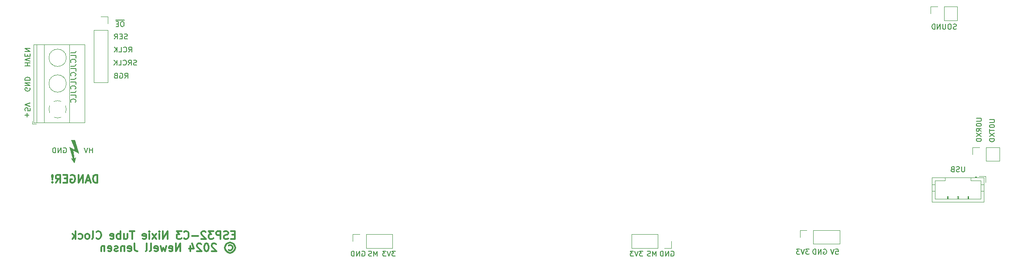
<source format=gbr>
%TF.GenerationSoftware,KiCad,Pcbnew,8.0.4-8.0.4-0~ubuntu22.04.1*%
%TF.CreationDate,2024-08-07T15:41:08-07:00*%
%TF.ProjectId,clock,636c6f63-6b2e-46b6-9963-61645f706362,rev?*%
%TF.SameCoordinates,Original*%
%TF.FileFunction,Legend,Bot*%
%TF.FilePolarity,Positive*%
%FSLAX46Y46*%
G04 Gerber Fmt 4.6, Leading zero omitted, Abs format (unit mm)*
G04 Created by KiCad (PCBNEW 8.0.4-8.0.4-0~ubuntu22.04.1) date 2024-08-07 15:41:08*
%MOMM*%
%LPD*%
G01*
G04 APERTURE LIST*
%ADD10C,0.200000*%
%ADD11C,0.300000*%
%ADD12C,0.120000*%
%ADD13C,0.100000*%
G04 APERTURE END LIST*
D10*
X221483517Y-124136838D02*
X221578755Y-124089219D01*
X221578755Y-124089219D02*
X221721612Y-124089219D01*
X221721612Y-124089219D02*
X221864469Y-124136838D01*
X221864469Y-124136838D02*
X221959707Y-124232076D01*
X221959707Y-124232076D02*
X222007326Y-124327314D01*
X222007326Y-124327314D02*
X222054945Y-124517790D01*
X222054945Y-124517790D02*
X222054945Y-124660647D01*
X222054945Y-124660647D02*
X222007326Y-124851123D01*
X222007326Y-124851123D02*
X221959707Y-124946361D01*
X221959707Y-124946361D02*
X221864469Y-125041600D01*
X221864469Y-125041600D02*
X221721612Y-125089219D01*
X221721612Y-125089219D02*
X221626374Y-125089219D01*
X221626374Y-125089219D02*
X221483517Y-125041600D01*
X221483517Y-125041600D02*
X221435898Y-124993980D01*
X221435898Y-124993980D02*
X221435898Y-124660647D01*
X221435898Y-124660647D02*
X221626374Y-124660647D01*
X221007326Y-125089219D02*
X221007326Y-124089219D01*
X221007326Y-124089219D02*
X220435898Y-125089219D01*
X220435898Y-125089219D02*
X220435898Y-124089219D01*
X219959707Y-125089219D02*
X219959707Y-124089219D01*
X219959707Y-124089219D02*
X219721612Y-124089219D01*
X219721612Y-124089219D02*
X219578755Y-124136838D01*
X219578755Y-124136838D02*
X219483517Y-124232076D01*
X219483517Y-124232076D02*
X219435898Y-124327314D01*
X219435898Y-124327314D02*
X219388279Y-124517790D01*
X219388279Y-124517790D02*
X219388279Y-124660647D01*
X219388279Y-124660647D02*
X219435898Y-124851123D01*
X219435898Y-124851123D02*
X219483517Y-124946361D01*
X219483517Y-124946361D02*
X219578755Y-125041600D01*
X219578755Y-125041600D02*
X219721612Y-125089219D01*
X219721612Y-125089219D02*
X219959707Y-125089219D01*
X66553780Y-88530326D02*
X67553780Y-88530326D01*
X67077590Y-88530326D02*
X67077590Y-87958898D01*
X66553780Y-87958898D02*
X67553780Y-87958898D01*
X67553780Y-87625564D02*
X66553780Y-87292231D01*
X66553780Y-87292231D02*
X67553780Y-86958898D01*
X67077590Y-86625564D02*
X67077590Y-86292231D01*
X66553780Y-86149374D02*
X66553780Y-86625564D01*
X66553780Y-86625564D02*
X67553780Y-86625564D01*
X67553780Y-86625564D02*
X67553780Y-86149374D01*
X66553780Y-85720802D02*
X67553780Y-85720802D01*
X67553780Y-85720802D02*
X66553780Y-85149374D01*
X66553780Y-85149374D02*
X67553780Y-85149374D01*
X86688898Y-85846219D02*
X87022231Y-85370028D01*
X87260326Y-85846219D02*
X87260326Y-84846219D01*
X87260326Y-84846219D02*
X86879374Y-84846219D01*
X86879374Y-84846219D02*
X86784136Y-84893838D01*
X86784136Y-84893838D02*
X86736517Y-84941457D01*
X86736517Y-84941457D02*
X86688898Y-85036695D01*
X86688898Y-85036695D02*
X86688898Y-85179552D01*
X86688898Y-85179552D02*
X86736517Y-85274790D01*
X86736517Y-85274790D02*
X86784136Y-85322409D01*
X86784136Y-85322409D02*
X86879374Y-85370028D01*
X86879374Y-85370028D02*
X87260326Y-85370028D01*
X85688898Y-85750980D02*
X85736517Y-85798600D01*
X85736517Y-85798600D02*
X85879374Y-85846219D01*
X85879374Y-85846219D02*
X85974612Y-85846219D01*
X85974612Y-85846219D02*
X86117469Y-85798600D01*
X86117469Y-85798600D02*
X86212707Y-85703361D01*
X86212707Y-85703361D02*
X86260326Y-85608123D01*
X86260326Y-85608123D02*
X86307945Y-85417647D01*
X86307945Y-85417647D02*
X86307945Y-85274790D01*
X86307945Y-85274790D02*
X86260326Y-85084314D01*
X86260326Y-85084314D02*
X86212707Y-84989076D01*
X86212707Y-84989076D02*
X86117469Y-84893838D01*
X86117469Y-84893838D02*
X85974612Y-84846219D01*
X85974612Y-84846219D02*
X85879374Y-84846219D01*
X85879374Y-84846219D02*
X85736517Y-84893838D01*
X85736517Y-84893838D02*
X85688898Y-84941457D01*
X84784136Y-85846219D02*
X85260326Y-85846219D01*
X85260326Y-85846219D02*
X85260326Y-84846219D01*
X84450802Y-85846219D02*
X84450802Y-84846219D01*
X83879374Y-85846219D02*
X84307945Y-85274790D01*
X83879374Y-84846219D02*
X84450802Y-85417647D01*
X247200945Y-81353600D02*
X247058088Y-81401219D01*
X247058088Y-81401219D02*
X246819993Y-81401219D01*
X246819993Y-81401219D02*
X246724755Y-81353600D01*
X246724755Y-81353600D02*
X246677136Y-81305980D01*
X246677136Y-81305980D02*
X246629517Y-81210742D01*
X246629517Y-81210742D02*
X246629517Y-81115504D01*
X246629517Y-81115504D02*
X246677136Y-81020266D01*
X246677136Y-81020266D02*
X246724755Y-80972647D01*
X246724755Y-80972647D02*
X246819993Y-80925028D01*
X246819993Y-80925028D02*
X247010469Y-80877409D01*
X247010469Y-80877409D02*
X247105707Y-80829790D01*
X247105707Y-80829790D02*
X247153326Y-80782171D01*
X247153326Y-80782171D02*
X247200945Y-80686933D01*
X247200945Y-80686933D02*
X247200945Y-80591695D01*
X247200945Y-80591695D02*
X247153326Y-80496457D01*
X247153326Y-80496457D02*
X247105707Y-80448838D01*
X247105707Y-80448838D02*
X247010469Y-80401219D01*
X247010469Y-80401219D02*
X246772374Y-80401219D01*
X246772374Y-80401219D02*
X246629517Y-80448838D01*
X246010469Y-80401219D02*
X245819993Y-80401219D01*
X245819993Y-80401219D02*
X245724755Y-80448838D01*
X245724755Y-80448838D02*
X245629517Y-80544076D01*
X245629517Y-80544076D02*
X245581898Y-80734552D01*
X245581898Y-80734552D02*
X245581898Y-81067885D01*
X245581898Y-81067885D02*
X245629517Y-81258361D01*
X245629517Y-81258361D02*
X245724755Y-81353600D01*
X245724755Y-81353600D02*
X245819993Y-81401219D01*
X245819993Y-81401219D02*
X246010469Y-81401219D01*
X246010469Y-81401219D02*
X246105707Y-81353600D01*
X246105707Y-81353600D02*
X246200945Y-81258361D01*
X246200945Y-81258361D02*
X246248564Y-81067885D01*
X246248564Y-81067885D02*
X246248564Y-80734552D01*
X246248564Y-80734552D02*
X246200945Y-80544076D01*
X246200945Y-80544076D02*
X246105707Y-80448838D01*
X246105707Y-80448838D02*
X246010469Y-80401219D01*
X245153326Y-80401219D02*
X245153326Y-81210742D01*
X245153326Y-81210742D02*
X245105707Y-81305980D01*
X245105707Y-81305980D02*
X245058088Y-81353600D01*
X245058088Y-81353600D02*
X244962850Y-81401219D01*
X244962850Y-81401219D02*
X244772374Y-81401219D01*
X244772374Y-81401219D02*
X244677136Y-81353600D01*
X244677136Y-81353600D02*
X244629517Y-81305980D01*
X244629517Y-81305980D02*
X244581898Y-81210742D01*
X244581898Y-81210742D02*
X244581898Y-80401219D01*
X244105707Y-81401219D02*
X244105707Y-80401219D01*
X244105707Y-80401219D02*
X243534279Y-81401219D01*
X243534279Y-81401219D02*
X243534279Y-80401219D01*
X243058088Y-81401219D02*
X243058088Y-80401219D01*
X243058088Y-80401219D02*
X242819993Y-80401219D01*
X242819993Y-80401219D02*
X242677136Y-80448838D01*
X242677136Y-80448838D02*
X242581898Y-80544076D01*
X242581898Y-80544076D02*
X242534279Y-80639314D01*
X242534279Y-80639314D02*
X242486660Y-80829790D01*
X242486660Y-80829790D02*
X242486660Y-80972647D01*
X242486660Y-80972647D02*
X242534279Y-81163123D01*
X242534279Y-81163123D02*
X242581898Y-81258361D01*
X242581898Y-81258361D02*
X242677136Y-81353600D01*
X242677136Y-81353600D02*
X242819993Y-81401219D01*
X242819993Y-81401219D02*
X243058088Y-81401219D01*
X131948517Y-124517838D02*
X132043755Y-124470219D01*
X132043755Y-124470219D02*
X132186612Y-124470219D01*
X132186612Y-124470219D02*
X132329469Y-124517838D01*
X132329469Y-124517838D02*
X132424707Y-124613076D01*
X132424707Y-124613076D02*
X132472326Y-124708314D01*
X132472326Y-124708314D02*
X132519945Y-124898790D01*
X132519945Y-124898790D02*
X132519945Y-125041647D01*
X132519945Y-125041647D02*
X132472326Y-125232123D01*
X132472326Y-125232123D02*
X132424707Y-125327361D01*
X132424707Y-125327361D02*
X132329469Y-125422600D01*
X132329469Y-125422600D02*
X132186612Y-125470219D01*
X132186612Y-125470219D02*
X132091374Y-125470219D01*
X132091374Y-125470219D02*
X131948517Y-125422600D01*
X131948517Y-125422600D02*
X131900898Y-125374980D01*
X131900898Y-125374980D02*
X131900898Y-125041647D01*
X131900898Y-125041647D02*
X132091374Y-125041647D01*
X131472326Y-125470219D02*
X131472326Y-124470219D01*
X131472326Y-124470219D02*
X130900898Y-125470219D01*
X130900898Y-125470219D02*
X130900898Y-124470219D01*
X130424707Y-125470219D02*
X130424707Y-124470219D01*
X130424707Y-124470219D02*
X130186612Y-124470219D01*
X130186612Y-124470219D02*
X130043755Y-124517838D01*
X130043755Y-124517838D02*
X129948517Y-124613076D01*
X129948517Y-124613076D02*
X129900898Y-124708314D01*
X129900898Y-124708314D02*
X129853279Y-124898790D01*
X129853279Y-124898790D02*
X129853279Y-125041647D01*
X129853279Y-125041647D02*
X129900898Y-125232123D01*
X129900898Y-125232123D02*
X129948517Y-125327361D01*
X129948517Y-125327361D02*
X130043755Y-125422600D01*
X130043755Y-125422600D02*
X130186612Y-125470219D01*
X130186612Y-125470219D02*
X130424707Y-125470219D01*
X86418945Y-83258600D02*
X86276088Y-83306219D01*
X86276088Y-83306219D02*
X86037993Y-83306219D01*
X86037993Y-83306219D02*
X85942755Y-83258600D01*
X85942755Y-83258600D02*
X85895136Y-83210980D01*
X85895136Y-83210980D02*
X85847517Y-83115742D01*
X85847517Y-83115742D02*
X85847517Y-83020504D01*
X85847517Y-83020504D02*
X85895136Y-82925266D01*
X85895136Y-82925266D02*
X85942755Y-82877647D01*
X85942755Y-82877647D02*
X86037993Y-82830028D01*
X86037993Y-82830028D02*
X86228469Y-82782409D01*
X86228469Y-82782409D02*
X86323707Y-82734790D01*
X86323707Y-82734790D02*
X86371326Y-82687171D01*
X86371326Y-82687171D02*
X86418945Y-82591933D01*
X86418945Y-82591933D02*
X86418945Y-82496695D01*
X86418945Y-82496695D02*
X86371326Y-82401457D01*
X86371326Y-82401457D02*
X86323707Y-82353838D01*
X86323707Y-82353838D02*
X86228469Y-82306219D01*
X86228469Y-82306219D02*
X85990374Y-82306219D01*
X85990374Y-82306219D02*
X85847517Y-82353838D01*
X85418945Y-82782409D02*
X85085612Y-82782409D01*
X84942755Y-83306219D02*
X85418945Y-83306219D01*
X85418945Y-83306219D02*
X85418945Y-82306219D01*
X85418945Y-82306219D02*
X84942755Y-82306219D01*
X83942755Y-83306219D02*
X84276088Y-82830028D01*
X84514183Y-83306219D02*
X84514183Y-82306219D01*
X84514183Y-82306219D02*
X84133231Y-82306219D01*
X84133231Y-82306219D02*
X84037993Y-82353838D01*
X84037993Y-82353838D02*
X83990374Y-82401457D01*
X83990374Y-82401457D02*
X83942755Y-82496695D01*
X83942755Y-82496695D02*
X83942755Y-82639552D01*
X83942755Y-82639552D02*
X83990374Y-82734790D01*
X83990374Y-82734790D02*
X84037993Y-82782409D01*
X84037993Y-82782409D02*
X84133231Y-82830028D01*
X84133231Y-82830028D02*
X84514183Y-82830028D01*
X134885326Y-125470219D02*
X134885326Y-124470219D01*
X134885326Y-124470219D02*
X134551993Y-125184504D01*
X134551993Y-125184504D02*
X134218660Y-124470219D01*
X134218660Y-124470219D02*
X134218660Y-125470219D01*
X133790088Y-125422600D02*
X133647231Y-125470219D01*
X133647231Y-125470219D02*
X133409136Y-125470219D01*
X133409136Y-125470219D02*
X133313898Y-125422600D01*
X133313898Y-125422600D02*
X133266279Y-125374980D01*
X133266279Y-125374980D02*
X133218660Y-125279742D01*
X133218660Y-125279742D02*
X133218660Y-125184504D01*
X133218660Y-125184504D02*
X133266279Y-125089266D01*
X133266279Y-125089266D02*
X133313898Y-125041647D01*
X133313898Y-125041647D02*
X133409136Y-124994028D01*
X133409136Y-124994028D02*
X133599612Y-124946409D01*
X133599612Y-124946409D02*
X133694850Y-124898790D01*
X133694850Y-124898790D02*
X133742469Y-124851171D01*
X133742469Y-124851171D02*
X133790088Y-124755933D01*
X133790088Y-124755933D02*
X133790088Y-124660695D01*
X133790088Y-124660695D02*
X133742469Y-124565457D01*
X133742469Y-124565457D02*
X133694850Y-124517838D01*
X133694850Y-124517838D02*
X133599612Y-124470219D01*
X133599612Y-124470219D02*
X133361517Y-124470219D01*
X133361517Y-124470219D02*
X133218660Y-124517838D01*
X253629219Y-98921673D02*
X254438742Y-98921673D01*
X254438742Y-98921673D02*
X254533980Y-98969292D01*
X254533980Y-98969292D02*
X254581600Y-99016911D01*
X254581600Y-99016911D02*
X254629219Y-99112149D01*
X254629219Y-99112149D02*
X254629219Y-99302625D01*
X254629219Y-99302625D02*
X254581600Y-99397863D01*
X254581600Y-99397863D02*
X254533980Y-99445482D01*
X254533980Y-99445482D02*
X254438742Y-99493101D01*
X254438742Y-99493101D02*
X253629219Y-99493101D01*
X253629219Y-100159768D02*
X253629219Y-100255006D01*
X253629219Y-100255006D02*
X253676838Y-100350244D01*
X253676838Y-100350244D02*
X253724457Y-100397863D01*
X253724457Y-100397863D02*
X253819695Y-100445482D01*
X253819695Y-100445482D02*
X254010171Y-100493101D01*
X254010171Y-100493101D02*
X254248266Y-100493101D01*
X254248266Y-100493101D02*
X254438742Y-100445482D01*
X254438742Y-100445482D02*
X254533980Y-100397863D01*
X254533980Y-100397863D02*
X254581600Y-100350244D01*
X254581600Y-100350244D02*
X254629219Y-100255006D01*
X254629219Y-100255006D02*
X254629219Y-100159768D01*
X254629219Y-100159768D02*
X254581600Y-100064530D01*
X254581600Y-100064530D02*
X254533980Y-100016911D01*
X254533980Y-100016911D02*
X254438742Y-99969292D01*
X254438742Y-99969292D02*
X254248266Y-99921673D01*
X254248266Y-99921673D02*
X254010171Y-99921673D01*
X254010171Y-99921673D02*
X253819695Y-99969292D01*
X253819695Y-99969292D02*
X253724457Y-100016911D01*
X253724457Y-100016911D02*
X253676838Y-100064530D01*
X253676838Y-100064530D02*
X253629219Y-100159768D01*
X253629219Y-100778816D02*
X253629219Y-101350244D01*
X254629219Y-101064530D02*
X253629219Y-101064530D01*
X253629219Y-101588340D02*
X254629219Y-102255006D01*
X253629219Y-102255006D02*
X254629219Y-101588340D01*
X254629219Y-102635959D02*
X253629219Y-102635959D01*
X253629219Y-102635959D02*
X253629219Y-102874054D01*
X253629219Y-102874054D02*
X253676838Y-103016911D01*
X253676838Y-103016911D02*
X253772076Y-103112149D01*
X253772076Y-103112149D02*
X253867314Y-103159768D01*
X253867314Y-103159768D02*
X254057790Y-103207387D01*
X254057790Y-103207387D02*
X254200647Y-103207387D01*
X254200647Y-103207387D02*
X254391123Y-103159768D01*
X254391123Y-103159768D02*
X254486361Y-103112149D01*
X254486361Y-103112149D02*
X254581600Y-103016911D01*
X254581600Y-103016911D02*
X254629219Y-102874054D01*
X254629219Y-102874054D02*
X254629219Y-102635959D01*
X218673564Y-124089219D02*
X218054517Y-124089219D01*
X218054517Y-124089219D02*
X218387850Y-124470171D01*
X218387850Y-124470171D02*
X218244993Y-124470171D01*
X218244993Y-124470171D02*
X218149755Y-124517790D01*
X218149755Y-124517790D02*
X218102136Y-124565409D01*
X218102136Y-124565409D02*
X218054517Y-124660647D01*
X218054517Y-124660647D02*
X218054517Y-124898742D01*
X218054517Y-124898742D02*
X218102136Y-124993980D01*
X218102136Y-124993980D02*
X218149755Y-125041600D01*
X218149755Y-125041600D02*
X218244993Y-125089219D01*
X218244993Y-125089219D02*
X218530707Y-125089219D01*
X218530707Y-125089219D02*
X218625945Y-125041600D01*
X218625945Y-125041600D02*
X218673564Y-124993980D01*
X217768802Y-124089219D02*
X217435469Y-125089219D01*
X217435469Y-125089219D02*
X217102136Y-124089219D01*
X216864040Y-124089219D02*
X216244993Y-124089219D01*
X216244993Y-124089219D02*
X216578326Y-124470171D01*
X216578326Y-124470171D02*
X216435469Y-124470171D01*
X216435469Y-124470171D02*
X216340231Y-124517790D01*
X216340231Y-124517790D02*
X216292612Y-124565409D01*
X216292612Y-124565409D02*
X216244993Y-124660647D01*
X216244993Y-124660647D02*
X216244993Y-124898742D01*
X216244993Y-124898742D02*
X216292612Y-124993980D01*
X216292612Y-124993980D02*
X216340231Y-125041600D01*
X216340231Y-125041600D02*
X216435469Y-125089219D01*
X216435469Y-125089219D02*
X216721183Y-125089219D01*
X216721183Y-125089219D02*
X216816421Y-125041600D01*
X216816421Y-125041600D02*
X216864040Y-124993980D01*
X75422819Y-85999387D02*
X76137104Y-85999387D01*
X76137104Y-85999387D02*
X76279961Y-85951768D01*
X76279961Y-85951768D02*
X76375200Y-85856530D01*
X76375200Y-85856530D02*
X76422819Y-85713673D01*
X76422819Y-85713673D02*
X76422819Y-85618435D01*
X76422819Y-86951768D02*
X76422819Y-86475578D01*
X76422819Y-86475578D02*
X75422819Y-86475578D01*
X76327580Y-87856530D02*
X76375200Y-87808911D01*
X76375200Y-87808911D02*
X76422819Y-87666054D01*
X76422819Y-87666054D02*
X76422819Y-87570816D01*
X76422819Y-87570816D02*
X76375200Y-87427959D01*
X76375200Y-87427959D02*
X76279961Y-87332721D01*
X76279961Y-87332721D02*
X76184723Y-87285102D01*
X76184723Y-87285102D02*
X75994247Y-87237483D01*
X75994247Y-87237483D02*
X75851390Y-87237483D01*
X75851390Y-87237483D02*
X75660914Y-87285102D01*
X75660914Y-87285102D02*
X75565676Y-87332721D01*
X75565676Y-87332721D02*
X75470438Y-87427959D01*
X75470438Y-87427959D02*
X75422819Y-87570816D01*
X75422819Y-87570816D02*
X75422819Y-87666054D01*
X75422819Y-87666054D02*
X75470438Y-87808911D01*
X75470438Y-87808911D02*
X75518057Y-87856530D01*
X75422819Y-88570816D02*
X76137104Y-88570816D01*
X76137104Y-88570816D02*
X76279961Y-88523197D01*
X76279961Y-88523197D02*
X76375200Y-88427959D01*
X76375200Y-88427959D02*
X76422819Y-88285102D01*
X76422819Y-88285102D02*
X76422819Y-88189864D01*
X76422819Y-89523197D02*
X76422819Y-89047007D01*
X76422819Y-89047007D02*
X75422819Y-89047007D01*
X76327580Y-90427959D02*
X76375200Y-90380340D01*
X76375200Y-90380340D02*
X76422819Y-90237483D01*
X76422819Y-90237483D02*
X76422819Y-90142245D01*
X76422819Y-90142245D02*
X76375200Y-89999388D01*
X76375200Y-89999388D02*
X76279961Y-89904150D01*
X76279961Y-89904150D02*
X76184723Y-89856531D01*
X76184723Y-89856531D02*
X75994247Y-89808912D01*
X75994247Y-89808912D02*
X75851390Y-89808912D01*
X75851390Y-89808912D02*
X75660914Y-89856531D01*
X75660914Y-89856531D02*
X75565676Y-89904150D01*
X75565676Y-89904150D02*
X75470438Y-89999388D01*
X75470438Y-89999388D02*
X75422819Y-90142245D01*
X75422819Y-90142245D02*
X75422819Y-90237483D01*
X75422819Y-90237483D02*
X75470438Y-90380340D01*
X75470438Y-90380340D02*
X75518057Y-90427959D01*
X75422819Y-91142245D02*
X76137104Y-91142245D01*
X76137104Y-91142245D02*
X76279961Y-91094626D01*
X76279961Y-91094626D02*
X76375200Y-90999388D01*
X76375200Y-90999388D02*
X76422819Y-90856531D01*
X76422819Y-90856531D02*
X76422819Y-90761293D01*
X76422819Y-92094626D02*
X76422819Y-91618436D01*
X76422819Y-91618436D02*
X75422819Y-91618436D01*
X76327580Y-92999388D02*
X76375200Y-92951769D01*
X76375200Y-92951769D02*
X76422819Y-92808912D01*
X76422819Y-92808912D02*
X76422819Y-92713674D01*
X76422819Y-92713674D02*
X76375200Y-92570817D01*
X76375200Y-92570817D02*
X76279961Y-92475579D01*
X76279961Y-92475579D02*
X76184723Y-92427960D01*
X76184723Y-92427960D02*
X75994247Y-92380341D01*
X75994247Y-92380341D02*
X75851390Y-92380341D01*
X75851390Y-92380341D02*
X75660914Y-92427960D01*
X75660914Y-92427960D02*
X75565676Y-92475579D01*
X75565676Y-92475579D02*
X75470438Y-92570817D01*
X75470438Y-92570817D02*
X75422819Y-92713674D01*
X75422819Y-92713674D02*
X75422819Y-92808912D01*
X75422819Y-92808912D02*
X75470438Y-92951769D01*
X75470438Y-92951769D02*
X75518057Y-92999388D01*
X75422819Y-93713674D02*
X76137104Y-93713674D01*
X76137104Y-93713674D02*
X76279961Y-93666055D01*
X76279961Y-93666055D02*
X76375200Y-93570817D01*
X76375200Y-93570817D02*
X76422819Y-93427960D01*
X76422819Y-93427960D02*
X76422819Y-93332722D01*
X76422819Y-94666055D02*
X76422819Y-94189865D01*
X76422819Y-94189865D02*
X75422819Y-94189865D01*
X76327580Y-95570817D02*
X76375200Y-95523198D01*
X76375200Y-95523198D02*
X76422819Y-95380341D01*
X76422819Y-95380341D02*
X76422819Y-95285103D01*
X76422819Y-95285103D02*
X76375200Y-95142246D01*
X76375200Y-95142246D02*
X76279961Y-95047008D01*
X76279961Y-95047008D02*
X76184723Y-94999389D01*
X76184723Y-94999389D02*
X75994247Y-94951770D01*
X75994247Y-94951770D02*
X75851390Y-94951770D01*
X75851390Y-94951770D02*
X75660914Y-94999389D01*
X75660914Y-94999389D02*
X75565676Y-95047008D01*
X75565676Y-95047008D02*
X75470438Y-95142246D01*
X75470438Y-95142246D02*
X75422819Y-95285103D01*
X75422819Y-95285103D02*
X75422819Y-95380341D01*
X75422819Y-95380341D02*
X75470438Y-95523198D01*
X75470438Y-95523198D02*
X75518057Y-95570817D01*
X66934733Y-98436326D02*
X66934733Y-97674422D01*
X66553780Y-98055374D02*
X67315685Y-98055374D01*
X67553780Y-96722041D02*
X67553780Y-97198231D01*
X67553780Y-97198231D02*
X67077590Y-97245850D01*
X67077590Y-97245850D02*
X67125209Y-97198231D01*
X67125209Y-97198231D02*
X67172828Y-97102993D01*
X67172828Y-97102993D02*
X67172828Y-96864898D01*
X67172828Y-96864898D02*
X67125209Y-96769660D01*
X67125209Y-96769660D02*
X67077590Y-96722041D01*
X67077590Y-96722041D02*
X66982352Y-96674422D01*
X66982352Y-96674422D02*
X66744257Y-96674422D01*
X66744257Y-96674422D02*
X66649019Y-96722041D01*
X66649019Y-96722041D02*
X66601400Y-96769660D01*
X66601400Y-96769660D02*
X66553780Y-96864898D01*
X66553780Y-96864898D02*
X66553780Y-97102993D01*
X66553780Y-97102993D02*
X66601400Y-97198231D01*
X66601400Y-97198231D02*
X66649019Y-97245850D01*
X67553780Y-96388707D02*
X66553780Y-96055374D01*
X66553780Y-96055374D02*
X67553780Y-95722041D01*
X248818574Y-108087219D02*
X248818574Y-108896742D01*
X248818574Y-108896742D02*
X248770955Y-108991980D01*
X248770955Y-108991980D02*
X248723336Y-109039600D01*
X248723336Y-109039600D02*
X248628098Y-109087219D01*
X248628098Y-109087219D02*
X248437622Y-109087219D01*
X248437622Y-109087219D02*
X248342384Y-109039600D01*
X248342384Y-109039600D02*
X248294765Y-108991980D01*
X248294765Y-108991980D02*
X248247146Y-108896742D01*
X248247146Y-108896742D02*
X248247146Y-108087219D01*
X247818574Y-109039600D02*
X247675717Y-109087219D01*
X247675717Y-109087219D02*
X247437622Y-109087219D01*
X247437622Y-109087219D02*
X247342384Y-109039600D01*
X247342384Y-109039600D02*
X247294765Y-108991980D01*
X247294765Y-108991980D02*
X247247146Y-108896742D01*
X247247146Y-108896742D02*
X247247146Y-108801504D01*
X247247146Y-108801504D02*
X247294765Y-108706266D01*
X247294765Y-108706266D02*
X247342384Y-108658647D01*
X247342384Y-108658647D02*
X247437622Y-108611028D01*
X247437622Y-108611028D02*
X247628098Y-108563409D01*
X247628098Y-108563409D02*
X247723336Y-108515790D01*
X247723336Y-108515790D02*
X247770955Y-108468171D01*
X247770955Y-108468171D02*
X247818574Y-108372933D01*
X247818574Y-108372933D02*
X247818574Y-108277695D01*
X247818574Y-108277695D02*
X247770955Y-108182457D01*
X247770955Y-108182457D02*
X247723336Y-108134838D01*
X247723336Y-108134838D02*
X247628098Y-108087219D01*
X247628098Y-108087219D02*
X247390003Y-108087219D01*
X247390003Y-108087219D02*
X247247146Y-108134838D01*
X246485241Y-108563409D02*
X246342384Y-108611028D01*
X246342384Y-108611028D02*
X246294765Y-108658647D01*
X246294765Y-108658647D02*
X246247146Y-108753885D01*
X246247146Y-108753885D02*
X246247146Y-108896742D01*
X246247146Y-108896742D02*
X246294765Y-108991980D01*
X246294765Y-108991980D02*
X246342384Y-109039600D01*
X246342384Y-109039600D02*
X246437622Y-109087219D01*
X246437622Y-109087219D02*
X246818574Y-109087219D01*
X246818574Y-109087219D02*
X246818574Y-108087219D01*
X246818574Y-108087219D02*
X246485241Y-108087219D01*
X246485241Y-108087219D02*
X246390003Y-108134838D01*
X246390003Y-108134838D02*
X246342384Y-108182457D01*
X246342384Y-108182457D02*
X246294765Y-108277695D01*
X246294765Y-108277695D02*
X246294765Y-108372933D01*
X246294765Y-108372933D02*
X246342384Y-108468171D01*
X246342384Y-108468171D02*
X246390003Y-108515790D01*
X246390003Y-108515790D02*
X246485241Y-108563409D01*
X246485241Y-108563409D02*
X246818574Y-108563409D01*
X88196945Y-88338600D02*
X88054088Y-88386219D01*
X88054088Y-88386219D02*
X87815993Y-88386219D01*
X87815993Y-88386219D02*
X87720755Y-88338600D01*
X87720755Y-88338600D02*
X87673136Y-88290980D01*
X87673136Y-88290980D02*
X87625517Y-88195742D01*
X87625517Y-88195742D02*
X87625517Y-88100504D01*
X87625517Y-88100504D02*
X87673136Y-88005266D01*
X87673136Y-88005266D02*
X87720755Y-87957647D01*
X87720755Y-87957647D02*
X87815993Y-87910028D01*
X87815993Y-87910028D02*
X88006469Y-87862409D01*
X88006469Y-87862409D02*
X88101707Y-87814790D01*
X88101707Y-87814790D02*
X88149326Y-87767171D01*
X88149326Y-87767171D02*
X88196945Y-87671933D01*
X88196945Y-87671933D02*
X88196945Y-87576695D01*
X88196945Y-87576695D02*
X88149326Y-87481457D01*
X88149326Y-87481457D02*
X88101707Y-87433838D01*
X88101707Y-87433838D02*
X88006469Y-87386219D01*
X88006469Y-87386219D02*
X87768374Y-87386219D01*
X87768374Y-87386219D02*
X87625517Y-87433838D01*
X86625517Y-88386219D02*
X86958850Y-87910028D01*
X87196945Y-88386219D02*
X87196945Y-87386219D01*
X87196945Y-87386219D02*
X86815993Y-87386219D01*
X86815993Y-87386219D02*
X86720755Y-87433838D01*
X86720755Y-87433838D02*
X86673136Y-87481457D01*
X86673136Y-87481457D02*
X86625517Y-87576695D01*
X86625517Y-87576695D02*
X86625517Y-87719552D01*
X86625517Y-87719552D02*
X86673136Y-87814790D01*
X86673136Y-87814790D02*
X86720755Y-87862409D01*
X86720755Y-87862409D02*
X86815993Y-87910028D01*
X86815993Y-87910028D02*
X87196945Y-87910028D01*
X85625517Y-88290980D02*
X85673136Y-88338600D01*
X85673136Y-88338600D02*
X85815993Y-88386219D01*
X85815993Y-88386219D02*
X85911231Y-88386219D01*
X85911231Y-88386219D02*
X86054088Y-88338600D01*
X86054088Y-88338600D02*
X86149326Y-88243361D01*
X86149326Y-88243361D02*
X86196945Y-88148123D01*
X86196945Y-88148123D02*
X86244564Y-87957647D01*
X86244564Y-87957647D02*
X86244564Y-87814790D01*
X86244564Y-87814790D02*
X86196945Y-87624314D01*
X86196945Y-87624314D02*
X86149326Y-87529076D01*
X86149326Y-87529076D02*
X86054088Y-87433838D01*
X86054088Y-87433838D02*
X85911231Y-87386219D01*
X85911231Y-87386219D02*
X85815993Y-87386219D01*
X85815993Y-87386219D02*
X85673136Y-87433838D01*
X85673136Y-87433838D02*
X85625517Y-87481457D01*
X84720755Y-88386219D02*
X85196945Y-88386219D01*
X85196945Y-88386219D02*
X85196945Y-87386219D01*
X84387421Y-88386219D02*
X84387421Y-87386219D01*
X83815993Y-88386219D02*
X84244564Y-87814790D01*
X83815993Y-87386219D02*
X84387421Y-87957647D01*
X85926898Y-90926219D02*
X86260231Y-90450028D01*
X86498326Y-90926219D02*
X86498326Y-89926219D01*
X86498326Y-89926219D02*
X86117374Y-89926219D01*
X86117374Y-89926219D02*
X86022136Y-89973838D01*
X86022136Y-89973838D02*
X85974517Y-90021457D01*
X85974517Y-90021457D02*
X85926898Y-90116695D01*
X85926898Y-90116695D02*
X85926898Y-90259552D01*
X85926898Y-90259552D02*
X85974517Y-90354790D01*
X85974517Y-90354790D02*
X86022136Y-90402409D01*
X86022136Y-90402409D02*
X86117374Y-90450028D01*
X86117374Y-90450028D02*
X86498326Y-90450028D01*
X84974517Y-89973838D02*
X85069755Y-89926219D01*
X85069755Y-89926219D02*
X85212612Y-89926219D01*
X85212612Y-89926219D02*
X85355469Y-89973838D01*
X85355469Y-89973838D02*
X85450707Y-90069076D01*
X85450707Y-90069076D02*
X85498326Y-90164314D01*
X85498326Y-90164314D02*
X85545945Y-90354790D01*
X85545945Y-90354790D02*
X85545945Y-90497647D01*
X85545945Y-90497647D02*
X85498326Y-90688123D01*
X85498326Y-90688123D02*
X85450707Y-90783361D01*
X85450707Y-90783361D02*
X85355469Y-90878600D01*
X85355469Y-90878600D02*
X85212612Y-90926219D01*
X85212612Y-90926219D02*
X85117374Y-90926219D01*
X85117374Y-90926219D02*
X84974517Y-90878600D01*
X84974517Y-90878600D02*
X84926898Y-90830980D01*
X84926898Y-90830980D02*
X84926898Y-90497647D01*
X84926898Y-90497647D02*
X85117374Y-90497647D01*
X84164993Y-90402409D02*
X84022136Y-90450028D01*
X84022136Y-90450028D02*
X83974517Y-90497647D01*
X83974517Y-90497647D02*
X83926898Y-90592885D01*
X83926898Y-90592885D02*
X83926898Y-90735742D01*
X83926898Y-90735742D02*
X83974517Y-90830980D01*
X83974517Y-90830980D02*
X84022136Y-90878600D01*
X84022136Y-90878600D02*
X84117374Y-90926219D01*
X84117374Y-90926219D02*
X84498326Y-90926219D01*
X84498326Y-90926219D02*
X84498326Y-89926219D01*
X84498326Y-89926219D02*
X84164993Y-89926219D01*
X84164993Y-89926219D02*
X84069755Y-89973838D01*
X84069755Y-89973838D02*
X84022136Y-90021457D01*
X84022136Y-90021457D02*
X83974517Y-90116695D01*
X83974517Y-90116695D02*
X83974517Y-90211933D01*
X83974517Y-90211933D02*
X84022136Y-90307171D01*
X84022136Y-90307171D02*
X84069755Y-90354790D01*
X84069755Y-90354790D02*
X84164993Y-90402409D01*
X84164993Y-90402409D02*
X84498326Y-90402409D01*
X138409564Y-124470219D02*
X137790517Y-124470219D01*
X137790517Y-124470219D02*
X138123850Y-124851171D01*
X138123850Y-124851171D02*
X137980993Y-124851171D01*
X137980993Y-124851171D02*
X137885755Y-124898790D01*
X137885755Y-124898790D02*
X137838136Y-124946409D01*
X137838136Y-124946409D02*
X137790517Y-125041647D01*
X137790517Y-125041647D02*
X137790517Y-125279742D01*
X137790517Y-125279742D02*
X137838136Y-125374980D01*
X137838136Y-125374980D02*
X137885755Y-125422600D01*
X137885755Y-125422600D02*
X137980993Y-125470219D01*
X137980993Y-125470219D02*
X138266707Y-125470219D01*
X138266707Y-125470219D02*
X138361945Y-125422600D01*
X138361945Y-125422600D02*
X138409564Y-125374980D01*
X137504802Y-124470219D02*
X137171469Y-125470219D01*
X137171469Y-125470219D02*
X136838136Y-124470219D01*
X136600040Y-124470219D02*
X135980993Y-124470219D01*
X135980993Y-124470219D02*
X136314326Y-124851171D01*
X136314326Y-124851171D02*
X136171469Y-124851171D01*
X136171469Y-124851171D02*
X136076231Y-124898790D01*
X136076231Y-124898790D02*
X136028612Y-124946409D01*
X136028612Y-124946409D02*
X135980993Y-125041647D01*
X135980993Y-125041647D02*
X135980993Y-125279742D01*
X135980993Y-125279742D02*
X136028612Y-125374980D01*
X136028612Y-125374980D02*
X136076231Y-125422600D01*
X136076231Y-125422600D02*
X136171469Y-125470219D01*
X136171469Y-125470219D02*
X136457183Y-125470219D01*
X136457183Y-125470219D02*
X136552421Y-125422600D01*
X136552421Y-125422600D02*
X136600040Y-125374980D01*
X74036517Y-104451838D02*
X74131755Y-104404219D01*
X74131755Y-104404219D02*
X74274612Y-104404219D01*
X74274612Y-104404219D02*
X74417469Y-104451838D01*
X74417469Y-104451838D02*
X74512707Y-104547076D01*
X74512707Y-104547076D02*
X74560326Y-104642314D01*
X74560326Y-104642314D02*
X74607945Y-104832790D01*
X74607945Y-104832790D02*
X74607945Y-104975647D01*
X74607945Y-104975647D02*
X74560326Y-105166123D01*
X74560326Y-105166123D02*
X74512707Y-105261361D01*
X74512707Y-105261361D02*
X74417469Y-105356600D01*
X74417469Y-105356600D02*
X74274612Y-105404219D01*
X74274612Y-105404219D02*
X74179374Y-105404219D01*
X74179374Y-105404219D02*
X74036517Y-105356600D01*
X74036517Y-105356600D02*
X73988898Y-105308980D01*
X73988898Y-105308980D02*
X73988898Y-104975647D01*
X73988898Y-104975647D02*
X74179374Y-104975647D01*
X73560326Y-105404219D02*
X73560326Y-104404219D01*
X73560326Y-104404219D02*
X72988898Y-105404219D01*
X72988898Y-105404219D02*
X72988898Y-104404219D01*
X72512707Y-105404219D02*
X72512707Y-104404219D01*
X72512707Y-104404219D02*
X72274612Y-104404219D01*
X72274612Y-104404219D02*
X72131755Y-104451838D01*
X72131755Y-104451838D02*
X72036517Y-104547076D01*
X72036517Y-104547076D02*
X71988898Y-104642314D01*
X71988898Y-104642314D02*
X71941279Y-104832790D01*
X71941279Y-104832790D02*
X71941279Y-104975647D01*
X71941279Y-104975647D02*
X71988898Y-105166123D01*
X71988898Y-105166123D02*
X72036517Y-105261361D01*
X72036517Y-105261361D02*
X72131755Y-105356600D01*
X72131755Y-105356600D02*
X72274612Y-105404219D01*
X72274612Y-105404219D02*
X72512707Y-105404219D01*
X191892517Y-124517838D02*
X191987755Y-124470219D01*
X191987755Y-124470219D02*
X192130612Y-124470219D01*
X192130612Y-124470219D02*
X192273469Y-124517838D01*
X192273469Y-124517838D02*
X192368707Y-124613076D01*
X192368707Y-124613076D02*
X192416326Y-124708314D01*
X192416326Y-124708314D02*
X192463945Y-124898790D01*
X192463945Y-124898790D02*
X192463945Y-125041647D01*
X192463945Y-125041647D02*
X192416326Y-125232123D01*
X192416326Y-125232123D02*
X192368707Y-125327361D01*
X192368707Y-125327361D02*
X192273469Y-125422600D01*
X192273469Y-125422600D02*
X192130612Y-125470219D01*
X192130612Y-125470219D02*
X192035374Y-125470219D01*
X192035374Y-125470219D02*
X191892517Y-125422600D01*
X191892517Y-125422600D02*
X191844898Y-125374980D01*
X191844898Y-125374980D02*
X191844898Y-125041647D01*
X191844898Y-125041647D02*
X192035374Y-125041647D01*
X191416326Y-125470219D02*
X191416326Y-124470219D01*
X191416326Y-124470219D02*
X190844898Y-125470219D01*
X190844898Y-125470219D02*
X190844898Y-124470219D01*
X190368707Y-125470219D02*
X190368707Y-124470219D01*
X190368707Y-124470219D02*
X190130612Y-124470219D01*
X190130612Y-124470219D02*
X189987755Y-124517838D01*
X189987755Y-124517838D02*
X189892517Y-124613076D01*
X189892517Y-124613076D02*
X189844898Y-124708314D01*
X189844898Y-124708314D02*
X189797279Y-124898790D01*
X189797279Y-124898790D02*
X189797279Y-125041647D01*
X189797279Y-125041647D02*
X189844898Y-125232123D01*
X189844898Y-125232123D02*
X189892517Y-125327361D01*
X189892517Y-125327361D02*
X189987755Y-125422600D01*
X189987755Y-125422600D02*
X190130612Y-125470219D01*
X190130612Y-125470219D02*
X190368707Y-125470219D01*
X188987326Y-125470219D02*
X188987326Y-124470219D01*
X188987326Y-124470219D02*
X188653993Y-125184504D01*
X188653993Y-125184504D02*
X188320660Y-124470219D01*
X188320660Y-124470219D02*
X188320660Y-125470219D01*
X187892088Y-125422600D02*
X187749231Y-125470219D01*
X187749231Y-125470219D02*
X187511136Y-125470219D01*
X187511136Y-125470219D02*
X187415898Y-125422600D01*
X187415898Y-125422600D02*
X187368279Y-125374980D01*
X187368279Y-125374980D02*
X187320660Y-125279742D01*
X187320660Y-125279742D02*
X187320660Y-125184504D01*
X187320660Y-125184504D02*
X187368279Y-125089266D01*
X187368279Y-125089266D02*
X187415898Y-125041647D01*
X187415898Y-125041647D02*
X187511136Y-124994028D01*
X187511136Y-124994028D02*
X187701612Y-124946409D01*
X187701612Y-124946409D02*
X187796850Y-124898790D01*
X187796850Y-124898790D02*
X187844469Y-124851171D01*
X187844469Y-124851171D02*
X187892088Y-124755933D01*
X187892088Y-124755933D02*
X187892088Y-124660695D01*
X187892088Y-124660695D02*
X187844469Y-124565457D01*
X187844469Y-124565457D02*
X187796850Y-124517838D01*
X187796850Y-124517838D02*
X187701612Y-124470219D01*
X187701612Y-124470219D02*
X187463517Y-124470219D01*
X187463517Y-124470219D02*
X187320660Y-124517838D01*
X251089219Y-98667673D02*
X251898742Y-98667673D01*
X251898742Y-98667673D02*
X251993980Y-98715292D01*
X251993980Y-98715292D02*
X252041600Y-98762911D01*
X252041600Y-98762911D02*
X252089219Y-98858149D01*
X252089219Y-98858149D02*
X252089219Y-99048625D01*
X252089219Y-99048625D02*
X252041600Y-99143863D01*
X252041600Y-99143863D02*
X251993980Y-99191482D01*
X251993980Y-99191482D02*
X251898742Y-99239101D01*
X251898742Y-99239101D02*
X251089219Y-99239101D01*
X251089219Y-99905768D02*
X251089219Y-100001006D01*
X251089219Y-100001006D02*
X251136838Y-100096244D01*
X251136838Y-100096244D02*
X251184457Y-100143863D01*
X251184457Y-100143863D02*
X251279695Y-100191482D01*
X251279695Y-100191482D02*
X251470171Y-100239101D01*
X251470171Y-100239101D02*
X251708266Y-100239101D01*
X251708266Y-100239101D02*
X251898742Y-100191482D01*
X251898742Y-100191482D02*
X251993980Y-100143863D01*
X251993980Y-100143863D02*
X252041600Y-100096244D01*
X252041600Y-100096244D02*
X252089219Y-100001006D01*
X252089219Y-100001006D02*
X252089219Y-99905768D01*
X252089219Y-99905768D02*
X252041600Y-99810530D01*
X252041600Y-99810530D02*
X251993980Y-99762911D01*
X251993980Y-99762911D02*
X251898742Y-99715292D01*
X251898742Y-99715292D02*
X251708266Y-99667673D01*
X251708266Y-99667673D02*
X251470171Y-99667673D01*
X251470171Y-99667673D02*
X251279695Y-99715292D01*
X251279695Y-99715292D02*
X251184457Y-99762911D01*
X251184457Y-99762911D02*
X251136838Y-99810530D01*
X251136838Y-99810530D02*
X251089219Y-99905768D01*
X252089219Y-101239101D02*
X251613028Y-100905768D01*
X252089219Y-100667673D02*
X251089219Y-100667673D01*
X251089219Y-100667673D02*
X251089219Y-101048625D01*
X251089219Y-101048625D02*
X251136838Y-101143863D01*
X251136838Y-101143863D02*
X251184457Y-101191482D01*
X251184457Y-101191482D02*
X251279695Y-101239101D01*
X251279695Y-101239101D02*
X251422552Y-101239101D01*
X251422552Y-101239101D02*
X251517790Y-101191482D01*
X251517790Y-101191482D02*
X251565409Y-101143863D01*
X251565409Y-101143863D02*
X251613028Y-101048625D01*
X251613028Y-101048625D02*
X251613028Y-100667673D01*
X251089219Y-101572435D02*
X252089219Y-102239101D01*
X251089219Y-102239101D02*
X252089219Y-101572435D01*
X252089219Y-102620054D02*
X251089219Y-102620054D01*
X251089219Y-102620054D02*
X251089219Y-102858149D01*
X251089219Y-102858149D02*
X251136838Y-103001006D01*
X251136838Y-103001006D02*
X251232076Y-103096244D01*
X251232076Y-103096244D02*
X251327314Y-103143863D01*
X251327314Y-103143863D02*
X251517790Y-103191482D01*
X251517790Y-103191482D02*
X251660647Y-103191482D01*
X251660647Y-103191482D02*
X251851123Y-103143863D01*
X251851123Y-103143863D02*
X251946361Y-103096244D01*
X251946361Y-103096244D02*
X252041600Y-103001006D01*
X252041600Y-103001006D02*
X252089219Y-102858149D01*
X252089219Y-102858149D02*
X252089219Y-102620054D01*
X79640326Y-105404219D02*
X79640326Y-104404219D01*
X79640326Y-104880409D02*
X79068898Y-104880409D01*
X79068898Y-105404219D02*
X79068898Y-104404219D01*
X78735564Y-104404219D02*
X78402231Y-105404219D01*
X78402231Y-105404219D02*
X78068898Y-104404219D01*
D11*
X107268489Y-121314198D02*
X106768489Y-121314198D01*
X106554203Y-122099912D02*
X107268489Y-122099912D01*
X107268489Y-122099912D02*
X107268489Y-120599912D01*
X107268489Y-120599912D02*
X106554203Y-120599912D01*
X105982774Y-122028484D02*
X105768489Y-122099912D01*
X105768489Y-122099912D02*
X105411346Y-122099912D01*
X105411346Y-122099912D02*
X105268489Y-122028484D01*
X105268489Y-122028484D02*
X105197060Y-121957055D01*
X105197060Y-121957055D02*
X105125631Y-121814198D01*
X105125631Y-121814198D02*
X105125631Y-121671341D01*
X105125631Y-121671341D02*
X105197060Y-121528484D01*
X105197060Y-121528484D02*
X105268489Y-121457055D01*
X105268489Y-121457055D02*
X105411346Y-121385626D01*
X105411346Y-121385626D02*
X105697060Y-121314198D01*
X105697060Y-121314198D02*
X105839917Y-121242769D01*
X105839917Y-121242769D02*
X105911346Y-121171341D01*
X105911346Y-121171341D02*
X105982774Y-121028484D01*
X105982774Y-121028484D02*
X105982774Y-120885626D01*
X105982774Y-120885626D02*
X105911346Y-120742769D01*
X105911346Y-120742769D02*
X105839917Y-120671341D01*
X105839917Y-120671341D02*
X105697060Y-120599912D01*
X105697060Y-120599912D02*
X105339917Y-120599912D01*
X105339917Y-120599912D02*
X105125631Y-120671341D01*
X104482775Y-122099912D02*
X104482775Y-120599912D01*
X104482775Y-120599912D02*
X103911346Y-120599912D01*
X103911346Y-120599912D02*
X103768489Y-120671341D01*
X103768489Y-120671341D02*
X103697060Y-120742769D01*
X103697060Y-120742769D02*
X103625632Y-120885626D01*
X103625632Y-120885626D02*
X103625632Y-121099912D01*
X103625632Y-121099912D02*
X103697060Y-121242769D01*
X103697060Y-121242769D02*
X103768489Y-121314198D01*
X103768489Y-121314198D02*
X103911346Y-121385626D01*
X103911346Y-121385626D02*
X104482775Y-121385626D01*
X103125632Y-120599912D02*
X102197060Y-120599912D01*
X102197060Y-120599912D02*
X102697060Y-121171341D01*
X102697060Y-121171341D02*
X102482775Y-121171341D01*
X102482775Y-121171341D02*
X102339918Y-121242769D01*
X102339918Y-121242769D02*
X102268489Y-121314198D01*
X102268489Y-121314198D02*
X102197060Y-121457055D01*
X102197060Y-121457055D02*
X102197060Y-121814198D01*
X102197060Y-121814198D02*
X102268489Y-121957055D01*
X102268489Y-121957055D02*
X102339918Y-122028484D01*
X102339918Y-122028484D02*
X102482775Y-122099912D01*
X102482775Y-122099912D02*
X102911346Y-122099912D01*
X102911346Y-122099912D02*
X103054203Y-122028484D01*
X103054203Y-122028484D02*
X103125632Y-121957055D01*
X101625632Y-120742769D02*
X101554204Y-120671341D01*
X101554204Y-120671341D02*
X101411347Y-120599912D01*
X101411347Y-120599912D02*
X101054204Y-120599912D01*
X101054204Y-120599912D02*
X100911347Y-120671341D01*
X100911347Y-120671341D02*
X100839918Y-120742769D01*
X100839918Y-120742769D02*
X100768489Y-120885626D01*
X100768489Y-120885626D02*
X100768489Y-121028484D01*
X100768489Y-121028484D02*
X100839918Y-121242769D01*
X100839918Y-121242769D02*
X101697061Y-122099912D01*
X101697061Y-122099912D02*
X100768489Y-122099912D01*
X100125633Y-121528484D02*
X98982776Y-121528484D01*
X97411347Y-121957055D02*
X97482775Y-122028484D01*
X97482775Y-122028484D02*
X97697061Y-122099912D01*
X97697061Y-122099912D02*
X97839918Y-122099912D01*
X97839918Y-122099912D02*
X98054204Y-122028484D01*
X98054204Y-122028484D02*
X98197061Y-121885626D01*
X98197061Y-121885626D02*
X98268490Y-121742769D01*
X98268490Y-121742769D02*
X98339918Y-121457055D01*
X98339918Y-121457055D02*
X98339918Y-121242769D01*
X98339918Y-121242769D02*
X98268490Y-120957055D01*
X98268490Y-120957055D02*
X98197061Y-120814198D01*
X98197061Y-120814198D02*
X98054204Y-120671341D01*
X98054204Y-120671341D02*
X97839918Y-120599912D01*
X97839918Y-120599912D02*
X97697061Y-120599912D01*
X97697061Y-120599912D02*
X97482775Y-120671341D01*
X97482775Y-120671341D02*
X97411347Y-120742769D01*
X96911347Y-120599912D02*
X95982775Y-120599912D01*
X95982775Y-120599912D02*
X96482775Y-121171341D01*
X96482775Y-121171341D02*
X96268490Y-121171341D01*
X96268490Y-121171341D02*
X96125633Y-121242769D01*
X96125633Y-121242769D02*
X96054204Y-121314198D01*
X96054204Y-121314198D02*
X95982775Y-121457055D01*
X95982775Y-121457055D02*
X95982775Y-121814198D01*
X95982775Y-121814198D02*
X96054204Y-121957055D01*
X96054204Y-121957055D02*
X96125633Y-122028484D01*
X96125633Y-122028484D02*
X96268490Y-122099912D01*
X96268490Y-122099912D02*
X96697061Y-122099912D01*
X96697061Y-122099912D02*
X96839918Y-122028484D01*
X96839918Y-122028484D02*
X96911347Y-121957055D01*
X94197062Y-122099912D02*
X94197062Y-120599912D01*
X94197062Y-120599912D02*
X93339919Y-122099912D01*
X93339919Y-122099912D02*
X93339919Y-120599912D01*
X92625633Y-122099912D02*
X92625633Y-121099912D01*
X92625633Y-120599912D02*
X92697061Y-120671341D01*
X92697061Y-120671341D02*
X92625633Y-120742769D01*
X92625633Y-120742769D02*
X92554204Y-120671341D01*
X92554204Y-120671341D02*
X92625633Y-120599912D01*
X92625633Y-120599912D02*
X92625633Y-120742769D01*
X92054204Y-122099912D02*
X91268490Y-121099912D01*
X92054204Y-121099912D02*
X91268490Y-122099912D01*
X90697061Y-122099912D02*
X90697061Y-121099912D01*
X90697061Y-120599912D02*
X90768489Y-120671341D01*
X90768489Y-120671341D02*
X90697061Y-120742769D01*
X90697061Y-120742769D02*
X90625632Y-120671341D01*
X90625632Y-120671341D02*
X90697061Y-120599912D01*
X90697061Y-120599912D02*
X90697061Y-120742769D01*
X89411346Y-122028484D02*
X89554203Y-122099912D01*
X89554203Y-122099912D02*
X89839918Y-122099912D01*
X89839918Y-122099912D02*
X89982775Y-122028484D01*
X89982775Y-122028484D02*
X90054203Y-121885626D01*
X90054203Y-121885626D02*
X90054203Y-121314198D01*
X90054203Y-121314198D02*
X89982775Y-121171341D01*
X89982775Y-121171341D02*
X89839918Y-121099912D01*
X89839918Y-121099912D02*
X89554203Y-121099912D01*
X89554203Y-121099912D02*
X89411346Y-121171341D01*
X89411346Y-121171341D02*
X89339918Y-121314198D01*
X89339918Y-121314198D02*
X89339918Y-121457055D01*
X89339918Y-121457055D02*
X90054203Y-121599912D01*
X87768489Y-120599912D02*
X86911347Y-120599912D01*
X87339918Y-122099912D02*
X87339918Y-120599912D01*
X85768490Y-121099912D02*
X85768490Y-122099912D01*
X86411347Y-121099912D02*
X86411347Y-121885626D01*
X86411347Y-121885626D02*
X86339918Y-122028484D01*
X86339918Y-122028484D02*
X86197061Y-122099912D01*
X86197061Y-122099912D02*
X85982775Y-122099912D01*
X85982775Y-122099912D02*
X85839918Y-122028484D01*
X85839918Y-122028484D02*
X85768490Y-121957055D01*
X85054204Y-122099912D02*
X85054204Y-120599912D01*
X85054204Y-121171341D02*
X84911347Y-121099912D01*
X84911347Y-121099912D02*
X84625632Y-121099912D01*
X84625632Y-121099912D02*
X84482775Y-121171341D01*
X84482775Y-121171341D02*
X84411347Y-121242769D01*
X84411347Y-121242769D02*
X84339918Y-121385626D01*
X84339918Y-121385626D02*
X84339918Y-121814198D01*
X84339918Y-121814198D02*
X84411347Y-121957055D01*
X84411347Y-121957055D02*
X84482775Y-122028484D01*
X84482775Y-122028484D02*
X84625632Y-122099912D01*
X84625632Y-122099912D02*
X84911347Y-122099912D01*
X84911347Y-122099912D02*
X85054204Y-122028484D01*
X83125632Y-122028484D02*
X83268489Y-122099912D01*
X83268489Y-122099912D02*
X83554204Y-122099912D01*
X83554204Y-122099912D02*
X83697061Y-122028484D01*
X83697061Y-122028484D02*
X83768489Y-121885626D01*
X83768489Y-121885626D02*
X83768489Y-121314198D01*
X83768489Y-121314198D02*
X83697061Y-121171341D01*
X83697061Y-121171341D02*
X83554204Y-121099912D01*
X83554204Y-121099912D02*
X83268489Y-121099912D01*
X83268489Y-121099912D02*
X83125632Y-121171341D01*
X83125632Y-121171341D02*
X83054204Y-121314198D01*
X83054204Y-121314198D02*
X83054204Y-121457055D01*
X83054204Y-121457055D02*
X83768489Y-121599912D01*
X80411347Y-121957055D02*
X80482775Y-122028484D01*
X80482775Y-122028484D02*
X80697061Y-122099912D01*
X80697061Y-122099912D02*
X80839918Y-122099912D01*
X80839918Y-122099912D02*
X81054204Y-122028484D01*
X81054204Y-122028484D02*
X81197061Y-121885626D01*
X81197061Y-121885626D02*
X81268490Y-121742769D01*
X81268490Y-121742769D02*
X81339918Y-121457055D01*
X81339918Y-121457055D02*
X81339918Y-121242769D01*
X81339918Y-121242769D02*
X81268490Y-120957055D01*
X81268490Y-120957055D02*
X81197061Y-120814198D01*
X81197061Y-120814198D02*
X81054204Y-120671341D01*
X81054204Y-120671341D02*
X80839918Y-120599912D01*
X80839918Y-120599912D02*
X80697061Y-120599912D01*
X80697061Y-120599912D02*
X80482775Y-120671341D01*
X80482775Y-120671341D02*
X80411347Y-120742769D01*
X79554204Y-122099912D02*
X79697061Y-122028484D01*
X79697061Y-122028484D02*
X79768490Y-121885626D01*
X79768490Y-121885626D02*
X79768490Y-120599912D01*
X78768490Y-122099912D02*
X78911347Y-122028484D01*
X78911347Y-122028484D02*
X78982776Y-121957055D01*
X78982776Y-121957055D02*
X79054204Y-121814198D01*
X79054204Y-121814198D02*
X79054204Y-121385626D01*
X79054204Y-121385626D02*
X78982776Y-121242769D01*
X78982776Y-121242769D02*
X78911347Y-121171341D01*
X78911347Y-121171341D02*
X78768490Y-121099912D01*
X78768490Y-121099912D02*
X78554204Y-121099912D01*
X78554204Y-121099912D02*
X78411347Y-121171341D01*
X78411347Y-121171341D02*
X78339919Y-121242769D01*
X78339919Y-121242769D02*
X78268490Y-121385626D01*
X78268490Y-121385626D02*
X78268490Y-121814198D01*
X78268490Y-121814198D02*
X78339919Y-121957055D01*
X78339919Y-121957055D02*
X78411347Y-122028484D01*
X78411347Y-122028484D02*
X78554204Y-122099912D01*
X78554204Y-122099912D02*
X78768490Y-122099912D01*
X76982776Y-122028484D02*
X77125633Y-122099912D01*
X77125633Y-122099912D02*
X77411347Y-122099912D01*
X77411347Y-122099912D02*
X77554204Y-122028484D01*
X77554204Y-122028484D02*
X77625633Y-121957055D01*
X77625633Y-121957055D02*
X77697061Y-121814198D01*
X77697061Y-121814198D02*
X77697061Y-121385626D01*
X77697061Y-121385626D02*
X77625633Y-121242769D01*
X77625633Y-121242769D02*
X77554204Y-121171341D01*
X77554204Y-121171341D02*
X77411347Y-121099912D01*
X77411347Y-121099912D02*
X77125633Y-121099912D01*
X77125633Y-121099912D02*
X76982776Y-121171341D01*
X76339919Y-122099912D02*
X76339919Y-120599912D01*
X76197062Y-121528484D02*
X75768490Y-122099912D01*
X75768490Y-121099912D02*
X76339919Y-121671341D01*
X106054203Y-123371971D02*
X106197060Y-123300542D01*
X106197060Y-123300542D02*
X106482774Y-123300542D01*
X106482774Y-123300542D02*
X106625632Y-123371971D01*
X106625632Y-123371971D02*
X106768489Y-123514828D01*
X106768489Y-123514828D02*
X106839917Y-123657685D01*
X106839917Y-123657685D02*
X106839917Y-123943400D01*
X106839917Y-123943400D02*
X106768489Y-124086257D01*
X106768489Y-124086257D02*
X106625632Y-124229114D01*
X106625632Y-124229114D02*
X106482774Y-124300542D01*
X106482774Y-124300542D02*
X106197060Y-124300542D01*
X106197060Y-124300542D02*
X106054203Y-124229114D01*
X106339917Y-122800542D02*
X106697060Y-122871971D01*
X106697060Y-122871971D02*
X107054203Y-123086257D01*
X107054203Y-123086257D02*
X107268489Y-123443400D01*
X107268489Y-123443400D02*
X107339917Y-123800542D01*
X107339917Y-123800542D02*
X107268489Y-124157685D01*
X107268489Y-124157685D02*
X107054203Y-124514828D01*
X107054203Y-124514828D02*
X106697060Y-124729114D01*
X106697060Y-124729114D02*
X106339917Y-124800542D01*
X106339917Y-124800542D02*
X105982774Y-124729114D01*
X105982774Y-124729114D02*
X105625632Y-124514828D01*
X105625632Y-124514828D02*
X105411346Y-124157685D01*
X105411346Y-124157685D02*
X105339917Y-123800542D01*
X105339917Y-123800542D02*
X105411346Y-123443400D01*
X105411346Y-123443400D02*
X105625632Y-123086257D01*
X105625632Y-123086257D02*
X105982774Y-122871971D01*
X105982774Y-122871971D02*
X106339917Y-122800542D01*
X103625631Y-123157685D02*
X103554203Y-123086257D01*
X103554203Y-123086257D02*
X103411346Y-123014828D01*
X103411346Y-123014828D02*
X103054203Y-123014828D01*
X103054203Y-123014828D02*
X102911346Y-123086257D01*
X102911346Y-123086257D02*
X102839917Y-123157685D01*
X102839917Y-123157685D02*
X102768488Y-123300542D01*
X102768488Y-123300542D02*
X102768488Y-123443400D01*
X102768488Y-123443400D02*
X102839917Y-123657685D01*
X102839917Y-123657685D02*
X103697060Y-124514828D01*
X103697060Y-124514828D02*
X102768488Y-124514828D01*
X101839917Y-123014828D02*
X101697060Y-123014828D01*
X101697060Y-123014828D02*
X101554203Y-123086257D01*
X101554203Y-123086257D02*
X101482775Y-123157685D01*
X101482775Y-123157685D02*
X101411346Y-123300542D01*
X101411346Y-123300542D02*
X101339917Y-123586257D01*
X101339917Y-123586257D02*
X101339917Y-123943400D01*
X101339917Y-123943400D02*
X101411346Y-124229114D01*
X101411346Y-124229114D02*
X101482775Y-124371971D01*
X101482775Y-124371971D02*
X101554203Y-124443400D01*
X101554203Y-124443400D02*
X101697060Y-124514828D01*
X101697060Y-124514828D02*
X101839917Y-124514828D01*
X101839917Y-124514828D02*
X101982775Y-124443400D01*
X101982775Y-124443400D02*
X102054203Y-124371971D01*
X102054203Y-124371971D02*
X102125632Y-124229114D01*
X102125632Y-124229114D02*
X102197060Y-123943400D01*
X102197060Y-123943400D02*
X102197060Y-123586257D01*
X102197060Y-123586257D02*
X102125632Y-123300542D01*
X102125632Y-123300542D02*
X102054203Y-123157685D01*
X102054203Y-123157685D02*
X101982775Y-123086257D01*
X101982775Y-123086257D02*
X101839917Y-123014828D01*
X100768489Y-123157685D02*
X100697061Y-123086257D01*
X100697061Y-123086257D02*
X100554204Y-123014828D01*
X100554204Y-123014828D02*
X100197061Y-123014828D01*
X100197061Y-123014828D02*
X100054204Y-123086257D01*
X100054204Y-123086257D02*
X99982775Y-123157685D01*
X99982775Y-123157685D02*
X99911346Y-123300542D01*
X99911346Y-123300542D02*
X99911346Y-123443400D01*
X99911346Y-123443400D02*
X99982775Y-123657685D01*
X99982775Y-123657685D02*
X100839918Y-124514828D01*
X100839918Y-124514828D02*
X99911346Y-124514828D01*
X98625633Y-123514828D02*
X98625633Y-124514828D01*
X98982775Y-122943400D02*
X99339918Y-124014828D01*
X99339918Y-124014828D02*
X98411347Y-124014828D01*
X96697062Y-124514828D02*
X96697062Y-123014828D01*
X96697062Y-123014828D02*
X95839919Y-124514828D01*
X95839919Y-124514828D02*
X95839919Y-123014828D01*
X94554204Y-124443400D02*
X94697061Y-124514828D01*
X94697061Y-124514828D02*
X94982776Y-124514828D01*
X94982776Y-124514828D02*
X95125633Y-124443400D01*
X95125633Y-124443400D02*
X95197061Y-124300542D01*
X95197061Y-124300542D02*
X95197061Y-123729114D01*
X95197061Y-123729114D02*
X95125633Y-123586257D01*
X95125633Y-123586257D02*
X94982776Y-123514828D01*
X94982776Y-123514828D02*
X94697061Y-123514828D01*
X94697061Y-123514828D02*
X94554204Y-123586257D01*
X94554204Y-123586257D02*
X94482776Y-123729114D01*
X94482776Y-123729114D02*
X94482776Y-123871971D01*
X94482776Y-123871971D02*
X95197061Y-124014828D01*
X93982776Y-123514828D02*
X93697062Y-124514828D01*
X93697062Y-124514828D02*
X93411347Y-123800542D01*
X93411347Y-123800542D02*
X93125633Y-124514828D01*
X93125633Y-124514828D02*
X92839919Y-123514828D01*
X91697061Y-124443400D02*
X91839918Y-124514828D01*
X91839918Y-124514828D02*
X92125633Y-124514828D01*
X92125633Y-124514828D02*
X92268490Y-124443400D01*
X92268490Y-124443400D02*
X92339918Y-124300542D01*
X92339918Y-124300542D02*
X92339918Y-123729114D01*
X92339918Y-123729114D02*
X92268490Y-123586257D01*
X92268490Y-123586257D02*
X92125633Y-123514828D01*
X92125633Y-123514828D02*
X91839918Y-123514828D01*
X91839918Y-123514828D02*
X91697061Y-123586257D01*
X91697061Y-123586257D02*
X91625633Y-123729114D01*
X91625633Y-123729114D02*
X91625633Y-123871971D01*
X91625633Y-123871971D02*
X92339918Y-124014828D01*
X90768490Y-124514828D02*
X90911347Y-124443400D01*
X90911347Y-124443400D02*
X90982776Y-124300542D01*
X90982776Y-124300542D02*
X90982776Y-123014828D01*
X89982776Y-124514828D02*
X90125633Y-124443400D01*
X90125633Y-124443400D02*
X90197062Y-124300542D01*
X90197062Y-124300542D02*
X90197062Y-123014828D01*
X87839919Y-123014828D02*
X87839919Y-124086257D01*
X87839919Y-124086257D02*
X87911348Y-124300542D01*
X87911348Y-124300542D02*
X88054205Y-124443400D01*
X88054205Y-124443400D02*
X88268491Y-124514828D01*
X88268491Y-124514828D02*
X88411348Y-124514828D01*
X86554205Y-124443400D02*
X86697062Y-124514828D01*
X86697062Y-124514828D02*
X86982777Y-124514828D01*
X86982777Y-124514828D02*
X87125634Y-124443400D01*
X87125634Y-124443400D02*
X87197062Y-124300542D01*
X87197062Y-124300542D02*
X87197062Y-123729114D01*
X87197062Y-123729114D02*
X87125634Y-123586257D01*
X87125634Y-123586257D02*
X86982777Y-123514828D01*
X86982777Y-123514828D02*
X86697062Y-123514828D01*
X86697062Y-123514828D02*
X86554205Y-123586257D01*
X86554205Y-123586257D02*
X86482777Y-123729114D01*
X86482777Y-123729114D02*
X86482777Y-123871971D01*
X86482777Y-123871971D02*
X87197062Y-124014828D01*
X85839920Y-123514828D02*
X85839920Y-124514828D01*
X85839920Y-123657685D02*
X85768491Y-123586257D01*
X85768491Y-123586257D02*
X85625634Y-123514828D01*
X85625634Y-123514828D02*
X85411348Y-123514828D01*
X85411348Y-123514828D02*
X85268491Y-123586257D01*
X85268491Y-123586257D02*
X85197063Y-123729114D01*
X85197063Y-123729114D02*
X85197063Y-124514828D01*
X84554205Y-124443400D02*
X84411348Y-124514828D01*
X84411348Y-124514828D02*
X84125634Y-124514828D01*
X84125634Y-124514828D02*
X83982777Y-124443400D01*
X83982777Y-124443400D02*
X83911348Y-124300542D01*
X83911348Y-124300542D02*
X83911348Y-124229114D01*
X83911348Y-124229114D02*
X83982777Y-124086257D01*
X83982777Y-124086257D02*
X84125634Y-124014828D01*
X84125634Y-124014828D02*
X84339920Y-124014828D01*
X84339920Y-124014828D02*
X84482777Y-123943400D01*
X84482777Y-123943400D02*
X84554205Y-123800542D01*
X84554205Y-123800542D02*
X84554205Y-123729114D01*
X84554205Y-123729114D02*
X84482777Y-123586257D01*
X84482777Y-123586257D02*
X84339920Y-123514828D01*
X84339920Y-123514828D02*
X84125634Y-123514828D01*
X84125634Y-123514828D02*
X83982777Y-123586257D01*
X82697062Y-124443400D02*
X82839919Y-124514828D01*
X82839919Y-124514828D02*
X83125634Y-124514828D01*
X83125634Y-124514828D02*
X83268491Y-124443400D01*
X83268491Y-124443400D02*
X83339919Y-124300542D01*
X83339919Y-124300542D02*
X83339919Y-123729114D01*
X83339919Y-123729114D02*
X83268491Y-123586257D01*
X83268491Y-123586257D02*
X83125634Y-123514828D01*
X83125634Y-123514828D02*
X82839919Y-123514828D01*
X82839919Y-123514828D02*
X82697062Y-123586257D01*
X82697062Y-123586257D02*
X82625634Y-123729114D01*
X82625634Y-123729114D02*
X82625634Y-123871971D01*
X82625634Y-123871971D02*
X83339919Y-124014828D01*
X81982777Y-123514828D02*
X81982777Y-124514828D01*
X81982777Y-123657685D02*
X81911348Y-123586257D01*
X81911348Y-123586257D02*
X81768491Y-123514828D01*
X81768491Y-123514828D02*
X81554205Y-123514828D01*
X81554205Y-123514828D02*
X81411348Y-123586257D01*
X81411348Y-123586257D02*
X81339920Y-123729114D01*
X81339920Y-123729114D02*
X81339920Y-124514828D01*
D10*
X186415564Y-124470219D02*
X185796517Y-124470219D01*
X185796517Y-124470219D02*
X186129850Y-124851171D01*
X186129850Y-124851171D02*
X185986993Y-124851171D01*
X185986993Y-124851171D02*
X185891755Y-124898790D01*
X185891755Y-124898790D02*
X185844136Y-124946409D01*
X185844136Y-124946409D02*
X185796517Y-125041647D01*
X185796517Y-125041647D02*
X185796517Y-125279742D01*
X185796517Y-125279742D02*
X185844136Y-125374980D01*
X185844136Y-125374980D02*
X185891755Y-125422600D01*
X185891755Y-125422600D02*
X185986993Y-125470219D01*
X185986993Y-125470219D02*
X186272707Y-125470219D01*
X186272707Y-125470219D02*
X186367945Y-125422600D01*
X186367945Y-125422600D02*
X186415564Y-125374980D01*
X185510802Y-124470219D02*
X185177469Y-125470219D01*
X185177469Y-125470219D02*
X184844136Y-124470219D01*
X184606040Y-124470219D02*
X183986993Y-124470219D01*
X183986993Y-124470219D02*
X184320326Y-124851171D01*
X184320326Y-124851171D02*
X184177469Y-124851171D01*
X184177469Y-124851171D02*
X184082231Y-124898790D01*
X184082231Y-124898790D02*
X184034612Y-124946409D01*
X184034612Y-124946409D02*
X183986993Y-125041647D01*
X183986993Y-125041647D02*
X183986993Y-125279742D01*
X183986993Y-125279742D02*
X184034612Y-125374980D01*
X184034612Y-125374980D02*
X184082231Y-125422600D01*
X184082231Y-125422600D02*
X184177469Y-125470219D01*
X184177469Y-125470219D02*
X184463183Y-125470219D01*
X184463183Y-125470219D02*
X184558421Y-125422600D01*
X184558421Y-125422600D02*
X184606040Y-125374980D01*
X85545850Y-79893219D02*
X85355374Y-79893219D01*
X85355374Y-79893219D02*
X85260136Y-79940838D01*
X85260136Y-79940838D02*
X85164898Y-80036076D01*
X85164898Y-80036076D02*
X85117279Y-80226552D01*
X85117279Y-80226552D02*
X85117279Y-80559885D01*
X85117279Y-80559885D02*
X85164898Y-80750361D01*
X85164898Y-80750361D02*
X85260136Y-80845600D01*
X85260136Y-80845600D02*
X85355374Y-80893219D01*
X85355374Y-80893219D02*
X85545850Y-80893219D01*
X85545850Y-80893219D02*
X85641088Y-80845600D01*
X85641088Y-80845600D02*
X85736326Y-80750361D01*
X85736326Y-80750361D02*
X85783945Y-80559885D01*
X85783945Y-80559885D02*
X85783945Y-80226552D01*
X85783945Y-80226552D02*
X85736326Y-80036076D01*
X85736326Y-80036076D02*
X85641088Y-79940838D01*
X85641088Y-79940838D02*
X85545850Y-79893219D01*
X84688707Y-80369409D02*
X84355374Y-80369409D01*
X84212517Y-80893219D02*
X84688707Y-80893219D01*
X84688707Y-80893219D02*
X84688707Y-79893219D01*
X84688707Y-79893219D02*
X84212517Y-79893219D01*
X85874422Y-79615600D02*
X84122041Y-79615600D01*
X67506161Y-92832517D02*
X67553780Y-92927755D01*
X67553780Y-92927755D02*
X67553780Y-93070612D01*
X67553780Y-93070612D02*
X67506161Y-93213469D01*
X67506161Y-93213469D02*
X67410923Y-93308707D01*
X67410923Y-93308707D02*
X67315685Y-93356326D01*
X67315685Y-93356326D02*
X67125209Y-93403945D01*
X67125209Y-93403945D02*
X66982352Y-93403945D01*
X66982352Y-93403945D02*
X66791876Y-93356326D01*
X66791876Y-93356326D02*
X66696638Y-93308707D01*
X66696638Y-93308707D02*
X66601400Y-93213469D01*
X66601400Y-93213469D02*
X66553780Y-93070612D01*
X66553780Y-93070612D02*
X66553780Y-92975374D01*
X66553780Y-92975374D02*
X66601400Y-92832517D01*
X66601400Y-92832517D02*
X66649019Y-92784898D01*
X66649019Y-92784898D02*
X66982352Y-92784898D01*
X66982352Y-92784898D02*
X66982352Y-92975374D01*
X66553780Y-92356326D02*
X67553780Y-92356326D01*
X67553780Y-92356326D02*
X66553780Y-91784898D01*
X66553780Y-91784898D02*
X67553780Y-91784898D01*
X66553780Y-91308707D02*
X67553780Y-91308707D01*
X67553780Y-91308707D02*
X67553780Y-91070612D01*
X67553780Y-91070612D02*
X67506161Y-90927755D01*
X67506161Y-90927755D02*
X67410923Y-90832517D01*
X67410923Y-90832517D02*
X67315685Y-90784898D01*
X67315685Y-90784898D02*
X67125209Y-90737279D01*
X67125209Y-90737279D02*
X66982352Y-90737279D01*
X66982352Y-90737279D02*
X66791876Y-90784898D01*
X66791876Y-90784898D02*
X66696638Y-90832517D01*
X66696638Y-90832517D02*
X66601400Y-90927755D01*
X66601400Y-90927755D02*
X66553780Y-91070612D01*
X66553780Y-91070612D02*
X66553780Y-91308707D01*
X223817136Y-124089219D02*
X224293326Y-124089219D01*
X224293326Y-124089219D02*
X224340945Y-124565409D01*
X224340945Y-124565409D02*
X224293326Y-124517790D01*
X224293326Y-124517790D02*
X224198088Y-124470171D01*
X224198088Y-124470171D02*
X223959993Y-124470171D01*
X223959993Y-124470171D02*
X223864755Y-124517790D01*
X223864755Y-124517790D02*
X223817136Y-124565409D01*
X223817136Y-124565409D02*
X223769517Y-124660647D01*
X223769517Y-124660647D02*
X223769517Y-124898742D01*
X223769517Y-124898742D02*
X223817136Y-124993980D01*
X223817136Y-124993980D02*
X223864755Y-125041600D01*
X223864755Y-125041600D02*
X223959993Y-125089219D01*
X223959993Y-125089219D02*
X224198088Y-125089219D01*
X224198088Y-125089219D02*
X224293326Y-125041600D01*
X224293326Y-125041600D02*
X224340945Y-124993980D01*
X223483802Y-124089219D02*
X223150469Y-125089219D01*
X223150469Y-125089219D02*
X222817136Y-124089219D01*
D11*
X80598489Y-111179828D02*
X80598489Y-109679828D01*
X80598489Y-109679828D02*
X80241346Y-109679828D01*
X80241346Y-109679828D02*
X80027060Y-109751257D01*
X80027060Y-109751257D02*
X79884203Y-109894114D01*
X79884203Y-109894114D02*
X79812774Y-110036971D01*
X79812774Y-110036971D02*
X79741346Y-110322685D01*
X79741346Y-110322685D02*
X79741346Y-110536971D01*
X79741346Y-110536971D02*
X79812774Y-110822685D01*
X79812774Y-110822685D02*
X79884203Y-110965542D01*
X79884203Y-110965542D02*
X80027060Y-111108400D01*
X80027060Y-111108400D02*
X80241346Y-111179828D01*
X80241346Y-111179828D02*
X80598489Y-111179828D01*
X79169917Y-110751257D02*
X78455632Y-110751257D01*
X79312774Y-111179828D02*
X78812774Y-109679828D01*
X78812774Y-109679828D02*
X78312774Y-111179828D01*
X77812775Y-111179828D02*
X77812775Y-109679828D01*
X77812775Y-109679828D02*
X76955632Y-111179828D01*
X76955632Y-111179828D02*
X76955632Y-109679828D01*
X75455631Y-109751257D02*
X75598489Y-109679828D01*
X75598489Y-109679828D02*
X75812774Y-109679828D01*
X75812774Y-109679828D02*
X76027060Y-109751257D01*
X76027060Y-109751257D02*
X76169917Y-109894114D01*
X76169917Y-109894114D02*
X76241346Y-110036971D01*
X76241346Y-110036971D02*
X76312774Y-110322685D01*
X76312774Y-110322685D02*
X76312774Y-110536971D01*
X76312774Y-110536971D02*
X76241346Y-110822685D01*
X76241346Y-110822685D02*
X76169917Y-110965542D01*
X76169917Y-110965542D02*
X76027060Y-111108400D01*
X76027060Y-111108400D02*
X75812774Y-111179828D01*
X75812774Y-111179828D02*
X75669917Y-111179828D01*
X75669917Y-111179828D02*
X75455631Y-111108400D01*
X75455631Y-111108400D02*
X75384203Y-111036971D01*
X75384203Y-111036971D02*
X75384203Y-110536971D01*
X75384203Y-110536971D02*
X75669917Y-110536971D01*
X74741346Y-110394114D02*
X74241346Y-110394114D01*
X74027060Y-111179828D02*
X74741346Y-111179828D01*
X74741346Y-111179828D02*
X74741346Y-109679828D01*
X74741346Y-109679828D02*
X74027060Y-109679828D01*
X72527060Y-111179828D02*
X73027060Y-110465542D01*
X73384203Y-111179828D02*
X73384203Y-109679828D01*
X73384203Y-109679828D02*
X72812774Y-109679828D01*
X72812774Y-109679828D02*
X72669917Y-109751257D01*
X72669917Y-109751257D02*
X72598488Y-109822685D01*
X72598488Y-109822685D02*
X72527060Y-109965542D01*
X72527060Y-109965542D02*
X72527060Y-110179828D01*
X72527060Y-110179828D02*
X72598488Y-110322685D01*
X72598488Y-110322685D02*
X72669917Y-110394114D01*
X72669917Y-110394114D02*
X72812774Y-110465542D01*
X72812774Y-110465542D02*
X73384203Y-110465542D01*
X71884203Y-111036971D02*
X71812774Y-111108400D01*
X71812774Y-111108400D02*
X71884203Y-111179828D01*
X71884203Y-111179828D02*
X71955631Y-111108400D01*
X71955631Y-111108400D02*
X71884203Y-111036971D01*
X71884203Y-111036971D02*
X71884203Y-111179828D01*
X71884203Y-110608400D02*
X71955631Y-109751257D01*
X71955631Y-109751257D02*
X71884203Y-109679828D01*
X71884203Y-109679828D02*
X71812774Y-109751257D01*
X71812774Y-109751257D02*
X71884203Y-110608400D01*
X71884203Y-110608400D02*
X71884203Y-109679828D01*
D12*
%TO.C,J2*%
X216881400Y-120437600D02*
X218211400Y-120437600D01*
X216881400Y-121767600D02*
X216881400Y-120437600D01*
X219481400Y-123097600D02*
X219481400Y-120437600D01*
X224621400Y-120437600D02*
X219481400Y-120437600D01*
X224621400Y-123097600D02*
X219481400Y-123097600D01*
X224621400Y-123097600D02*
X224621400Y-120437600D01*
%TO.C,J3*%
X250379000Y-104334000D02*
X251709000Y-104334000D01*
X250379000Y-105664000D02*
X250379000Y-104334000D01*
X252979000Y-106994000D02*
X252979000Y-104334000D01*
X255579000Y-104334000D02*
X252979000Y-104334000D01*
X255579000Y-106994000D02*
X252979000Y-106994000D01*
X255579000Y-106994000D02*
X255579000Y-104334000D01*
%TO.C,J10*%
X130130000Y-121225000D02*
X131460000Y-121225000D01*
X130130000Y-122555000D02*
X130130000Y-121225000D01*
X132730000Y-123885000D02*
X132730000Y-121225000D01*
X137870000Y-121225000D02*
X132730000Y-121225000D01*
X137870000Y-123885000D02*
X132730000Y-123885000D01*
X137870000Y-123885000D02*
X137870000Y-121225000D01*
%TO.C,J1*%
X242479000Y-110204000D02*
X242479000Y-114924000D01*
X242479000Y-114924000D02*
X252599000Y-114924000D01*
X243089000Y-110814000D02*
X243089000Y-114314000D01*
X243089000Y-111514000D02*
X242479000Y-111514000D01*
X243089000Y-112814000D02*
X242479000Y-112814000D01*
X243089000Y-114314000D02*
X251989000Y-114314000D01*
X245039000Y-110204000D02*
X245039000Y-110814000D01*
X245039000Y-110814000D02*
X243089000Y-110814000D01*
X245439000Y-113814000D02*
X245639000Y-113814000D01*
X245439000Y-114314000D02*
X245439000Y-113814000D01*
X245539000Y-113814000D02*
X245539000Y-114314000D01*
X245639000Y-113814000D02*
X245639000Y-114314000D01*
X247439000Y-113814000D02*
X247639000Y-113814000D01*
X247439000Y-114314000D02*
X247439000Y-113814000D01*
X247539000Y-113814000D02*
X247539000Y-114314000D01*
X247639000Y-113814000D02*
X247639000Y-114314000D01*
X249439000Y-113814000D02*
X249639000Y-113814000D01*
X249439000Y-114314000D02*
X249439000Y-113814000D01*
X249539000Y-113814000D02*
X249539000Y-114314000D01*
X249639000Y-113814000D02*
X249639000Y-114314000D01*
X250039000Y-110814000D02*
X250039000Y-110204000D01*
X250839000Y-110004000D02*
X250839000Y-110204000D01*
X251139000Y-110004000D02*
X250839000Y-110004000D01*
X251139000Y-110104000D02*
X250839000Y-110104000D01*
X251139000Y-110204000D02*
X251139000Y-110004000D01*
X251989000Y-110814000D02*
X250039000Y-110814000D01*
X251989000Y-111514000D02*
X252599000Y-111514000D01*
X251989000Y-112814000D02*
X252599000Y-112814000D01*
X251989000Y-114314000D02*
X251989000Y-110814000D01*
X252599000Y-110204000D02*
X242479000Y-110204000D01*
X252599000Y-114924000D02*
X252599000Y-110204000D01*
X252899000Y-109904000D02*
X251649000Y-109904000D01*
X252899000Y-111154000D02*
X252899000Y-109904000D01*
D10*
%TO.C,REF\u002A\u002A*%
X75702230Y-106596703D02*
X76212230Y-106506703D01*
X75802230Y-105121703D02*
X76002230Y-104871703D01*
X76122230Y-104876703D02*
X76322230Y-104626703D01*
D13*
X76952740Y-105484526D02*
X75832230Y-104887891D01*
X76108719Y-106619589D01*
X76341553Y-106299443D01*
X76123272Y-107347193D01*
X75526636Y-106459516D01*
X75861334Y-106663245D01*
X75206490Y-104276703D01*
X76370657Y-104902443D01*
X75512084Y-102908807D01*
X76225136Y-102908807D01*
X76952740Y-105484526D01*
G36*
X76952740Y-105484526D02*
G01*
X75832230Y-104887891D01*
X76108719Y-106619589D01*
X76341553Y-106299443D01*
X76123272Y-107347193D01*
X75526636Y-106459516D01*
X75861334Y-106663245D01*
X75206490Y-104276703D01*
X76370657Y-104902443D01*
X75512084Y-102908807D01*
X76225136Y-102908807D01*
X76952740Y-105484526D01*
G37*
D12*
%TO.C,J7*%
X67998000Y-99244200D02*
X67998000Y-99744200D01*
X67998000Y-99744200D02*
X68738000Y-99744200D01*
X68238000Y-84384200D02*
X68238000Y-99504200D01*
X68238000Y-84384200D02*
X78159000Y-84384200D01*
X68238000Y-99504200D02*
X78159000Y-99504200D01*
X68798000Y-84384200D02*
X68798000Y-99504200D01*
X70298000Y-84384200D02*
X70298000Y-99504200D01*
X71624000Y-88013200D02*
X71659000Y-87978200D01*
X71624000Y-93013200D02*
X71659000Y-92978200D01*
X71829000Y-88218200D02*
X71875000Y-88171200D01*
X71829000Y-93218200D02*
X71875000Y-93171200D01*
X73921000Y-85716200D02*
X73967000Y-85669200D01*
X73921000Y-90716200D02*
X73967000Y-90669200D01*
X74137000Y-85909200D02*
X74173000Y-85874200D01*
X74137000Y-90909200D02*
X74173000Y-90874200D01*
X75199000Y-84384200D02*
X75199000Y-99504200D01*
X78159000Y-84384200D02*
X78159000Y-99504200D01*
X71218000Y-96944200D02*
G75*
G02*
X71363244Y-96260882I1680000J0D01*
G01*
X71363000Y-97628200D02*
G75*
G02*
X71217747Y-96915395I1535001J683999D01*
G01*
X72214000Y-95409200D02*
G75*
G02*
X73581042Y-95408773I684001J-1535004D01*
G01*
X73582000Y-98479200D02*
G75*
G02*
X72214958Y-98479627I-684001J1534993D01*
G01*
X74433000Y-96260200D02*
G75*
G02*
X74433427Y-97627242I-1534993J-684001D01*
G01*
X74578000Y-86944200D02*
G75*
G02*
X71218000Y-86944200I-1680000J0D01*
G01*
X71218000Y-86944200D02*
G75*
G02*
X74578000Y-86944200I1680000J0D01*
G01*
X74578000Y-91944200D02*
G75*
G02*
X71218000Y-91944200I-1680000J0D01*
G01*
X71218000Y-91944200D02*
G75*
G02*
X74578000Y-91944200I1680000J0D01*
G01*
%TO.C,J8*%
X242229500Y-77029000D02*
X243559500Y-77029000D01*
X242229500Y-78359000D02*
X242229500Y-77029000D01*
X244829500Y-79689000D02*
X244829500Y-77029000D01*
X247429500Y-77029000D02*
X244829500Y-77029000D01*
X247429500Y-79689000D02*
X244829500Y-79689000D01*
X247429500Y-79689000D02*
X247429500Y-77029000D01*
%TO.C,J9*%
X184217000Y-121225000D02*
X184217000Y-123885000D01*
X184217000Y-121225000D02*
X189357000Y-121225000D01*
X184217000Y-123885000D02*
X189357000Y-123885000D01*
X189357000Y-121225000D02*
X189357000Y-123885000D01*
X191957000Y-122555000D02*
X191957000Y-123885000D01*
X191957000Y-123885000D02*
X190627000Y-123885000D01*
%TO.C,J4*%
X79950000Y-81534000D02*
X82610000Y-81534000D01*
X79950000Y-91754000D02*
X79950000Y-81534000D01*
X79950000Y-91754000D02*
X82610000Y-91754000D01*
X81280000Y-78934000D02*
X82610000Y-78934000D01*
X82610000Y-78934000D02*
X82610000Y-80264000D01*
X82610000Y-91754000D02*
X82610000Y-81534000D01*
%TD*%
M02*

</source>
